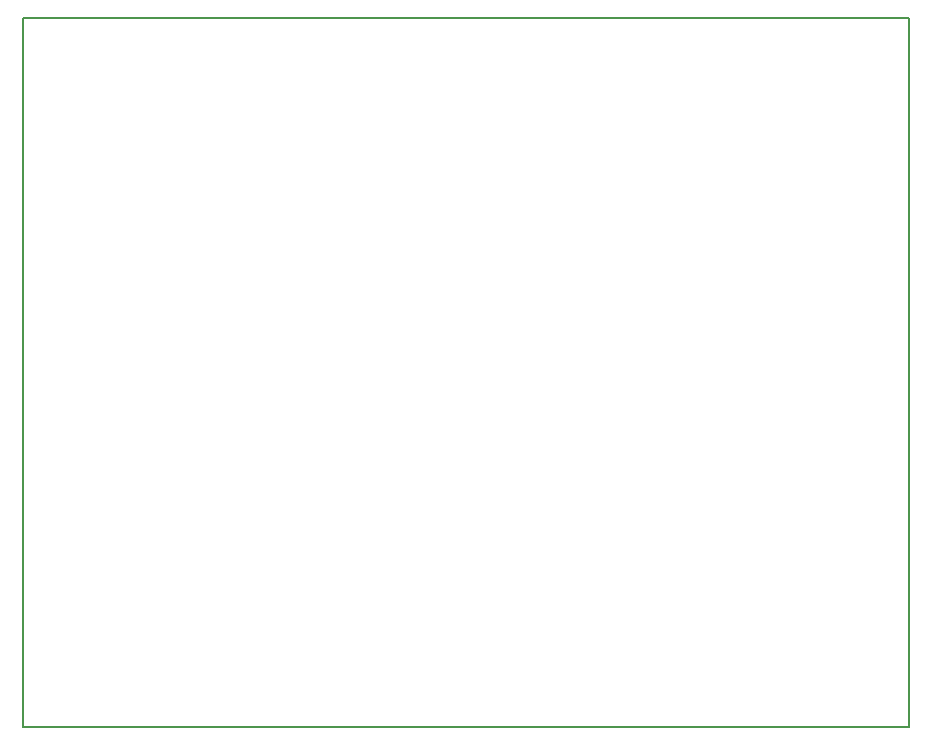
<source format=gm1>
G04 #@! TF.GenerationSoftware,KiCad,Pcbnew,9.0.5*
G04 #@! TF.CreationDate,2025-12-14T20:02:12+01:00*
G04 #@! TF.ProjectId,s3main,73336d61-696e-42e6-9b69-6361645f7063,0.1.1*
G04 #@! TF.SameCoordinates,Original*
G04 #@! TF.FileFunction,Profile,NP*
%FSLAX46Y46*%
G04 Gerber Fmt 4.6, Leading zero omitted, Abs format (unit mm)*
G04 Created by KiCad (PCBNEW 9.0.5) date 2025-12-14 20:02:12*
%MOMM*%
%LPD*%
G01*
G04 APERTURE LIST*
G04 #@! TA.AperFunction,Profile*
%ADD10C,0.200000*%
G04 #@! TD*
G04 APERTURE END LIST*
D10*
X115500000Y-67500000D02*
X190500000Y-67500000D01*
X190500000Y-127500000D01*
X115500000Y-127500000D01*
X115500000Y-67500000D01*
M02*

</source>
